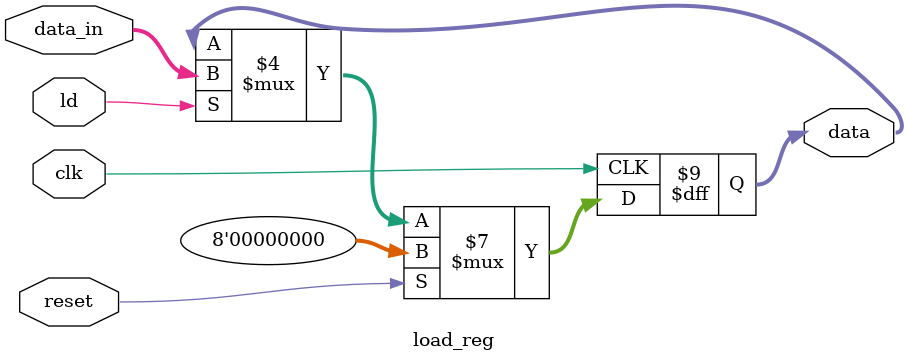
<source format=sv>
module load_reg #(
    parameter WIDTH = 8
)(
    input logic clk,
    input logic reset,
    input logic [WIDTH-1:0] data_in,
    input logic ld,
    output logic [WIDTH-1:0] data
);

    always_ff @ (posedge clk)
    begin
        if(reset == 1'b1)
        begin
            data <= {WIDTH{1'b0}};
        end
        else if(ld == 1'b1)
        begin
            data <= data_in;
        end
    end

endmodule

</source>
